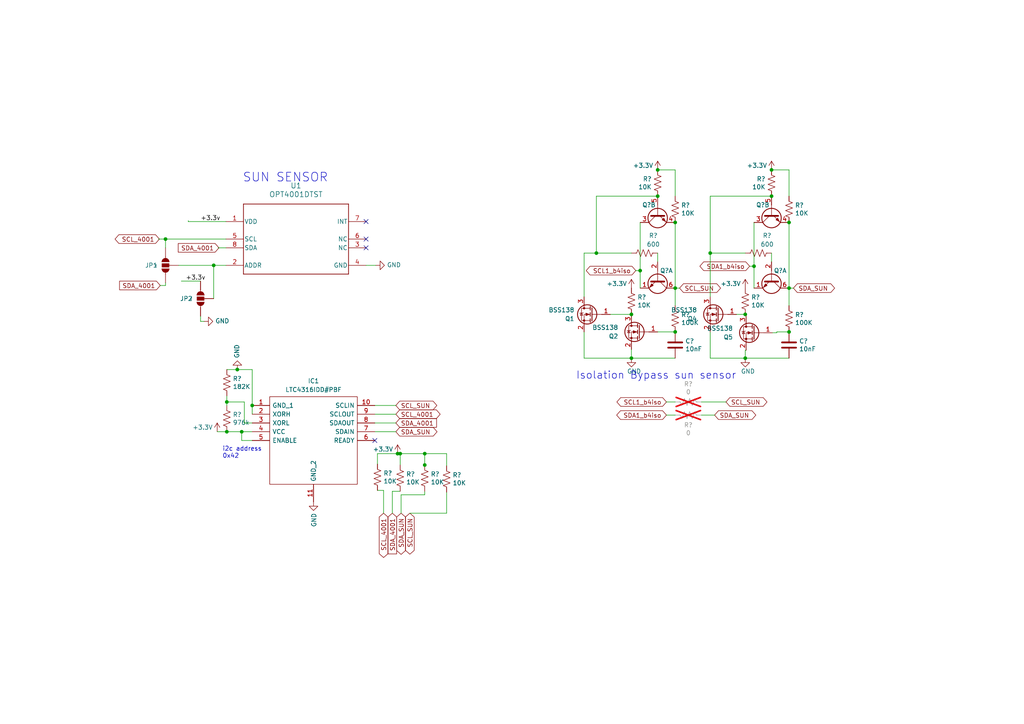
<source format=kicad_sch>
(kicad_sch (version 20230121) (generator eeschema)
  (paper "A4")
  (lib_symbols
    (symbol "AA_AUTO_LOADER:LTC4316IDD#PBF" (pin_names (offset 0.762))
      (property "Reference" "IC" (at 31.75 7.62 0))
      (property "Value" "LTC4316IDD#PBF" (at 31.75 5.08 0))
      (symbol "LTC4316IDD#PBF_0_0"
        (pin passive line (at 0 0 0) (length 5.08) (name "GND_1") (number "1"))
        (pin passive line (at 35.56 0 180) (length 5.08) (name "SCLIN") (number "10"))
        (pin passive line (at 17.78 -27.94 90) (length 5.08) (name "GND_2") (number "11"))
        (pin passive line (at 0 -2.54 0) (length 5.08) (name "XORH") (number "2"))
        (pin passive line (at 0 -5.08 0) (length 5.08) (name "XORL") (number "3"))
        (pin passive line (at 0 -7.62 0) (length 5.08) (name "VCC") (number "4"))
        (pin passive line (at 0 -10.16 0) (length 5.08) (name "ENABLE") (number "5"))
        (pin passive line (at 35.56 -10.16 180) (length 5.08) (name "READY") (number "6"))
        (pin passive line (at 35.56 -7.62 180) (length 5.08) (name "SDAIN") (number "7"))
        (pin passive line (at 35.56 -5.08 180) (length 5.08) (name "SDAOUT") (number "8"))
        (pin passive line (at 35.56 -2.54 180) (length 5.08) (name "SCLOUT") (number "9"))
      )
      (symbol "LTC4316IDD#PBF_0_1"
        (polyline (pts (xy 5.08 2.54) (xy 30.48 2.54) (xy 30.48 -22.86) (xy 5.08 -22.86) (xy 5.08 2.54)) (stroke (width 0.1524)))
      )
    )
    (symbol "Device:C" (pin_numbers hide) (pin_names (offset 0.254))
      (property "Reference" "C" (at 0.635 2.54 0))
      (property "Value" "C" (at 0.635 -2.54 0))
      (symbol "C_0_1"
        (polyline (pts (xy -2.032 -0.762) (xy 2.032 -0.762)) (stroke (width 0.508)))
        (polyline (pts (xy -2.032 0.762) (xy 2.032 0.762)) (stroke (width 0.508)))
      )
      (symbol "C_1_1"
        (pin passive line (at 0 3.81 270) (length 2.794) (name "~") (number "1"))
        (pin passive line (at 0 -3.81 90) (length 2.794) (name "~") (number "2"))
      )
    )
    (symbol "Device:R_US" (pin_numbers hide) (pin_names (offset 0))
      (property "Reference" "R" (at 2.54 0 90))
      (property "Value" "R_US" (at -2.54 0 90))
      (symbol "R_US_0_1"
        (polyline (pts (xy 0 -2.286) (xy 0 -2.54)))
        (polyline (pts (xy 0 2.286) (xy 0 2.54)))
        (polyline (pts (xy 0 -0.762) (xy 1.016 -1.143) (xy 0 -1.524) (xy -1.016 -1.905) (xy 0 -2.286)))
        (polyline (pts (xy 0 0.762) (xy 1.016 0.381) (xy 0 0) (xy -1.016 -0.381) (xy 0 -0.762)))
        (polyline (pts (xy 0 2.286) (xy 1.016 1.905) (xy 0 1.524) (xy -1.016 1.143) (xy 0 0.762)))
      )
      (symbol "R_US_1_1"
        (pin passive line (at 0 3.81 270) (length 1.27) (name "~") (number "1"))
        (pin passive line (at 0 -3.81 90) (length 1.27) (name "~") (number "2"))
      )
    )
    (symbol "OPT4001DTST:OPT4001DTST" (pin_names (offset 0.254))
      (property "Reference" "U" (at 0 2.54 0))
      (property "Value" "OPT4001DTST" (at 0 0 0))
      (symbol "OPT4001DTST_0_1"
        (polyline (pts (xy 5.08 -15.24) (xy 35.56 -15.24)) (stroke (width 0.2032)))
        (polyline (pts (xy 5.08 5.08) (xy 5.08 -15.24)) (stroke (width 0.2032)))
        (polyline (pts (xy 35.56 -15.24) (xy 35.56 5.08)) (stroke (width 0.2032)))
        (polyline (pts (xy 35.56 5.08) (xy 5.08 5.08)) (stroke (width 0.2032)))
        (pin power_in line (at 0 0 0) (length 5.08) (name "VDD") (number "1"))
        (pin input line (at 0 -12.7 0) (length 5.08) (name "ADDR") (number "2"))
        (pin unspecified line (at 40.64 -7.62 180) (length 5.08) (name "NC") (number "3"))
        (pin power_in line (at 40.64 -12.7 180) (length 5.08) (name "GND") (number "4"))
        (pin input line (at 0 -5.08 0) (length 5.08) (name "SCL") (number "5"))
        (pin unspecified line (at 40.64 -5.08 180) (length 5.08) (name "NC") (number "6"))
        (pin open_collector line (at 40.64 0 180) (length 5.08) (name "INT") (number "7"))
        (pin bidirectional line (at 0 -7.62 0) (length 5.08) (name "SDA") (number "8"))
      )
    )
    (symbol "SparkFun-Jumper:SolderJumper_3_Open_No_Silk" (pin_numbers hide) (pin_names (offset 0) hide)
      (property "Reference" "JP" (at -2.54 -2.54 0))
      (property "Value" "~" (at 0 2.794 0))
      (symbol "SolderJumper_3_Open_No_Silk_0_1"
        (arc (start -1.016 1.016) (mid -2.0276 0) (end -1.016 -1.016))
        (arc (start -1.016 1.016) (mid -2.0276 0) (end -1.016 -1.016) (fill (type outline)))
        (rectangle (start -0.508 1.016) (end 0.508 -1.016) (fill (type outline)))
        (polyline (pts (xy -2.54 0) (xy -2.032 0)))
        (polyline (pts (xy -1.016 1.016) (xy -1.016 -1.016)))
        (polyline (pts (xy 0 -1.27) (xy 0 -1.016)))
        (polyline (pts (xy 1.016 1.016) (xy 1.016 -1.016)))
        (polyline (pts (xy 2.54 0) (xy 2.032 0)))
        (arc (start 1.016 -1.016) (mid 2.0276 0) (end 1.016 1.016))
        (arc (start 1.016 -1.016) (mid 2.0276 0) (end 1.016 1.016) (fill (type outline)))
      )
      (symbol "SolderJumper_3_Open_No_Silk_1_1"
        (pin passive line (at -5.08 0 0) (length 2.54) (name "A") (number "1"))
        (pin passive line (at 0 -3.81 90) (length 2.54) (name "C") (number "2"))
        (pin passive line (at 5.08 0 180) (length 2.54) (name "B") (number "3"))
      )
    )
    (symbol "Transistor_BJT:MBT2222ADW1T1" (pin_names (offset 0) hide)
      (property "Reference" "Q" (at 5.08 1.27 0))
      (property "Value" "MBT2222ADW1T1" (at 5.08 -1.27 0))
      (symbol "MBT2222ADW1T1_0_1"
        (polyline (pts (xy 0.635 0) (xy -2.54 0)))
        (polyline (pts (xy 0.635 0.635) (xy 2.54 2.54)))
        (polyline (pts (xy 0.635 -0.635) (xy 2.54 -2.54) (xy 2.54 -2.54)))
        (polyline (pts (xy 0.635 1.905) (xy 0.635 -1.905) (xy 0.635 -1.905)) (stroke (width 0.508)))
        (polyline (pts (xy 1.27 -1.778) (xy 1.778 -1.27) (xy 2.286 -2.286) (xy 1.27 -1.778) (xy 1.27 -1.778)) (fill (type outline)))
        (circle (center 1.27 0) (radius 2.8194) (stroke (width 0.254)))
      )
      (symbol "MBT2222ADW1T1_1_1"
        (pin passive line (at 2.54 -5.08 90) (length 2.54) (name "E1") (number "1"))
        (pin input line (at -5.08 0 0) (length 2.54) (name "B1") (number "2"))
        (pin passive line (at 2.54 5.08 270) (length 2.54) (name "C1") (number "6"))
      )
      (symbol "MBT2222ADW1T1_2_1"
        (pin passive line (at 2.54 5.08 270) (length 2.54) (name "C2") (number "3"))
        (pin passive line (at 2.54 -5.08 90) (length 2.54) (name "E2") (number "4"))
        (pin input line (at -5.08 0 0) (length 2.54) (name "B2") (number "5"))
      )
    )
    (symbol "Transistor_FET:BSS138" (pin_names hide)
      (property "Reference" "Q" (at 5.08 1.905 0))
      (property "Value" "BSS138" (at 5.08 0 0))
      (symbol "BSS138_0_1"
        (polyline (pts (xy 0.254 0) (xy -2.54 0)))
        (polyline (pts (xy 0.254 1.905) (xy 0.254 -1.905)) (stroke (width 0.254)))
        (polyline (pts (xy 0.762 -1.27) (xy 0.762 -2.286)) (stroke (width 0.254)))
        (polyline (pts (xy 0.762 0.508) (xy 0.762 -0.508)) (stroke (width 0.254)))
        (polyline (pts (xy 0.762 2.286) (xy 0.762 1.27)) (stroke (width 0.254)))
        (polyline (pts (xy 2.54 2.54) (xy 2.54 1.778)))
        (polyline (pts (xy 2.54 -2.54) (xy 2.54 0) (xy 0.762 0)))
        (polyline (pts (xy 0.762 -1.778) (xy 3.302 -1.778) (xy 3.302 1.778) (xy 0.762 1.778)))
        (polyline (pts (xy 1.016 0) (xy 2.032 0.381) (xy 2.032 -0.381) (xy 1.016 0)) (fill (type outline)))
        (polyline (pts (xy 2.794 0.508) (xy 2.921 0.381) (xy 3.683 0.381) (xy 3.81 0.254)))
        (polyline (pts (xy 3.302 0.381) (xy 2.921 -0.254) (xy 3.683 -0.254) (xy 3.302 0.381)))
        (circle (center 1.651 0) (radius 2.794) (stroke (width 0.254)))
        (circle (center 2.54 -1.778) (radius 0.254) (fill (type outline)))
        (circle (center 2.54 1.778) (radius 0.254) (fill (type outline)))
      )
      (symbol "BSS138_1_1"
        (pin input line (at -5.08 0 0) (length 2.54) (name "G") (number "1"))
        (pin passive line (at 2.54 -5.08 90) (length 2.54) (name "S") (number "2"))
        (pin passive line (at 2.54 5.08 270) (length 2.54) (name "D") (number "3"))
      )
    )
    (symbol "power:+3.3V" (power) (pin_names (offset 0))
      (property "Value" "+3.3V" (at 0 3.556 0))
      (symbol "+3.3V_0_1"
        (polyline (pts (xy -0.762 1.27) (xy 0 2.54)))
        (polyline (pts (xy 0 0) (xy 0 2.54)))
        (polyline (pts (xy 0 2.54) (xy 0.762 1.27)))
      )
      (symbol "+3.3V_1_1"
        (pin power_in line (at 0 0 90) (length 0) hide (name "+3.3V") (number "1"))
      )
    )
    (symbol "power:GND" (power) (pin_names (offset 0))
      (property "Value" "GND" (at 0 -3.81 0))
      (symbol "GND_0_1"
        (polyline (pts (xy 0 0) (xy 0 -1.27) (xy 1.27 -1.27) (xy 0 -2.54) (xy -1.27 -1.27) (xy 0 -1.27)))
      )
      (symbol "GND_1_1"
        (pin power_in line (at 0 0 270) (length 0) hide (name "GND") (number "1"))
      )
    )
  )
  (junction (at 216.154 103.886))
  (junction (at 205.994 73.406))
  (junction (at 228.854 96.266))
  (junction (at 65.786 125.222))
  (junction (at 172.974 73.406))
  (junction (at 190.754 49.276))
  (junction (at 190.754 56.896))
  (junction (at 70.104 125.222))
  (junction (at 228.854 64.516))
  (junction (at 65.786 116.586))
  (junction (at 218.694 77.216))
  (junction (at 68.834 107.188))
  (junction (at 116.078 131.572))
  (junction (at 223.774 56.896))
  (junction (at 195.834 96.266))
  (junction (at 123.19 134.874))
  (junction (at 216.154 91.186))
  (junction (at 195.834 64.516))
  (junction (at 123.19 131.572))
  (junction (at 183.134 103.886))
  (junction (at 228.854 83.566))
  (junction (at 48.006 69.342))
  (junction (at 61.976 76.962))
  (junction (at 183.134 91.186))
  (junction (at 223.774 49.276))
  (junction (at 195.834 83.566))
  (junction (at 73.152 117.602))
  (junction (at 185.674 78.486))
  (junction (at 115.316 131.572))
  (no_connect (at 106.172 69.342))
  (no_connect (at 106.172 71.882))
  (no_connect (at 106.172 64.262))
  (no_connect (at 108.712 127.762))
  (wire (pts (xy 59.182 93.218) (xy 58.166 93.218)))
  (wire (pts (xy 195.834 120.396) (xy 193.294 120.396)))
  (wire (pts (xy 169.418 73.406) (xy 172.974 73.406)))
  (wire (pts (xy 123.444 134.874) (xy 123.19 134.874)))
  (wire (pts (xy 172.974 56.896) (xy 190.754 56.896)))
  (wire (pts (xy 172.974 56.896) (xy 172.974 73.406)))
  (wire (pts (xy 205.994 103.886) (xy 216.154 103.886)))
  (wire (pts (xy 228.854 88.646) (xy 228.854 83.566)))
  (wire (pts (xy 116.078 131.572) (xy 116.078 134.874)))
  (wire (pts (xy 195.834 88.646) (xy 195.834 83.566)))
  (wire (pts (xy 185.674 64.516) (xy 185.674 78.486)))
  (wire (pts (xy 65.786 116.586) (xy 65.786 117.602)))
  (wire (pts (xy 183.134 103.886) (xy 195.834 103.886)))
  (wire (pts (xy 210.566 116.586) (xy 203.454 116.586)))
  (wire (pts (xy 73.152 117.602) (xy 73.152 120.142)))
  (wire (pts (xy 108.712 122.682) (xy 114.808 122.682)))
  (wire (pts (xy 216.408 101.6) (xy 216.154 101.6)))
  (wire (pts (xy 61.976 76.962) (xy 65.532 76.962)))
  (wire (pts (xy 65.786 114.808) (xy 65.786 116.586)))
  (wire (pts (xy 113.792 148.844) (xy 113.792 142.494)))
  (wire (pts (xy 230.124 83.566) (xy 228.854 83.566)))
  (wire (pts (xy 118.872 148.844) (xy 129.54 148.844)))
  (wire (pts (xy 52.578 81.534) (xy 58.166 81.534)))
  (wire (pts (xy 65.786 107.188) (xy 68.834 107.188)))
  (wire (pts (xy 54.61 64.008) (xy 54.61 64.262)))
  (wire (pts (xy 195.834 64.516) (xy 195.834 83.566)))
  (wire (pts (xy 218.694 64.516) (xy 218.694 77.216)))
  (wire (pts (xy 109.474 134.62) (xy 109.474 131.572)))
  (wire (pts (xy 169.418 103.886) (xy 183.134 103.886)))
  (wire (pts (xy 183.134 103.886) (xy 183.134 101.346)))
  (wire (pts (xy 48.006 82.804) (xy 46.482 82.804)))
  (wire (pts (xy 70.104 125.222) (xy 73.152 125.222)))
  (wire (pts (xy 48.006 71.882) (xy 48.006 69.342)))
  (wire (pts (xy 224.028 96.52) (xy 225.298 96.52)))
  (wire (pts (xy 51.816 76.962) (xy 61.976 76.962)))
  (wire (pts (xy 108.712 120.142) (xy 114.808 120.142)))
  (wire (pts (xy 184.404 78.486) (xy 185.674 78.486)))
  (wire (pts (xy 217.424 77.216) (xy 218.694 77.216)))
  (wire (pts (xy 197.104 83.566) (xy 195.834 83.566)))
  (wire (pts (xy 73.152 122.682) (xy 70.866 122.682)))
  (wire (pts (xy 129.54 131.572) (xy 129.54 135.128)))
  (wire (pts (xy 195.834 116.586) (xy 193.294 116.586)))
  (wire (pts (xy 205.994 96.266) (xy 205.994 103.886)))
  (wire (pts (xy 108.712 117.602) (xy 114.808 117.602)))
  (wire (pts (xy 63.246 71.882) (xy 65.532 71.882)))
  (wire (pts (xy 228.854 64.516) (xy 228.854 83.566)))
  (wire (pts (xy 70.104 127.762) (xy 70.104 125.222)))
  (wire (pts (xy 73.152 127.762) (xy 70.104 127.762)))
  (wire (pts (xy 111.252 142.24) (xy 111.252 148.844)))
  (wire (pts (xy 65.532 64.262) (xy 54.61 64.262)))
  (wire (pts (xy 62.992 125.222) (xy 65.786 125.222)))
  (wire (pts (xy 70.866 116.586) (xy 65.786 116.586)))
  (wire (pts (xy 228.854 56.896) (xy 228.854 49.276)))
  (wire (pts (xy 70.866 122.682) (xy 70.866 116.586)))
  (wire (pts (xy 123.19 142.494) (xy 123.19 143.51)))
  (wire (pts (xy 123.19 131.572) (xy 129.54 131.572)))
  (wire (pts (xy 205.994 86.106) (xy 205.994 73.406)))
  (wire (pts (xy 195.834 56.896) (xy 195.834 49.276)))
  (wire (pts (xy 216.154 73.406) (xy 205.994 73.406)))
  (wire (pts (xy 109.474 142.24) (xy 111.252 142.24)))
  (wire (pts (xy 108.712 125.222) (xy 114.808 125.222)))
  (wire (pts (xy 73.152 107.188) (xy 73.152 117.602)))
  (wire (pts (xy 218.694 77.216) (xy 218.694 83.566)))
  (wire (pts (xy 185.674 78.486) (xy 185.674 83.566)))
  (wire (pts (xy 216.154 91.186) (xy 213.614 91.186)))
  (wire (pts (xy 45.974 69.342) (xy 48.006 69.342)))
  (wire (pts (xy 190.754 75.946) (xy 190.754 73.406)))
  (wire (pts (xy 195.834 49.276) (xy 190.754 49.276)))
  (wire (pts (xy 123.19 143.51) (xy 116.332 143.51)))
  (wire (pts (xy 228.854 49.276) (xy 223.774 49.276)))
  (wire (pts (xy 58.166 93.218) (xy 58.166 91.694)))
  (wire (pts (xy 177.038 91.186) (xy 183.134 91.186)))
  (wire (pts (xy 106.172 76.962) (xy 108.966 76.962)))
  (wire (pts (xy 129.54 148.844) (xy 129.54 142.748)))
  (wire (pts (xy 183.134 73.406) (xy 172.974 73.406)))
  (wire (pts (xy 48.006 82.042) (xy 48.006 82.804)))
  (wire (pts (xy 225.298 96.52) (xy 225.298 96.266)))
  (wire (pts (xy 115.316 131.572) (xy 116.078 131.572)))
  (wire (pts (xy 228.854 103.886) (xy 216.154 103.886)))
  (wire (pts (xy 223.774 75.946) (xy 223.774 73.406)))
  (wire (pts (xy 225.298 96.266) (xy 228.854 96.266)))
  (wire (pts (xy 109.474 131.572) (xy 115.316 131.572)))
  (wire (pts (xy 68.834 107.188) (xy 73.152 107.188)))
  (wire (pts (xy 207.264 120.396) (xy 203.454 120.396)))
  (wire (pts (xy 216.154 101.6) (xy 216.154 103.886)))
  (wire (pts (xy 116.332 143.51) (xy 116.332 148.844)))
  (wire (pts (xy 65.786 125.222) (xy 70.104 125.222)))
  (wire (pts (xy 169.418 86.106) (xy 169.418 73.406)))
  (wire (pts (xy 205.994 73.406) (xy 205.994 56.896)))
  (wire (pts (xy 48.006 69.342) (xy 65.532 69.342)))
  (wire (pts (xy 113.792 142.494) (xy 116.078 142.494)))
  (wire (pts (xy 205.994 56.896) (xy 223.774 56.896)))
  (wire (pts (xy 61.976 76.962) (xy 61.976 86.614)))
  (wire (pts (xy 169.418 96.266) (xy 169.418 103.886)))
  (wire (pts (xy 216.408 91.186) (xy 216.154 91.186)))
  (wire (pts (xy 123.19 134.874) (xy 123.19 131.572)))
  (wire (pts (xy 216.408 91.44) (xy 216.408 91.186)))
  (wire (pts (xy 190.754 96.266) (xy 195.834 96.266)))
  (wire (pts (xy 116.078 131.572) (xy 123.19 131.572)))
  (text "Isolation Bypass sun sensor" (at 213.614 110.236 0) (effects (font (size 2.159 2.159)) (justify right bottom)))
  (text "SUN SENSOR\n\n" (at 70.358 57.15 0) (effects (font (size 2.54 2.54)) (justify left bottom)))
  (text "i2c address \n0x42\n" (at 64.516 133.096 0) (effects (font (size 1.27 1.27)) (justify left bottom)))
  (label "+3.3v" (at 58.166 64.262 0))
  (label "+3.3v" (at 53.848 81.534 0))
  (global_label "SDA1_b4iso" (shape bidirectional) (at 193.294 120.396 180) (property "Intersheetrefs" "${INTERSHEET_REFS}" (effects hide)))
  (global_label "SDA_SUN" (shape bidirectional) (at 116.332 148.844 270) (property "Intersheetrefs" "${INTERSHEET_REFS}" (effects hide)))
  (global_label "SDA1_b4iso" (shape bidirectional) (at 217.424 77.216 180) (property "Intersheetrefs" "${INTERSHEET_REFS}" (effects hide)))
  (global_label "SDA_SUN" (shape bidirectional) (at 114.808 125.222 0) (property "Intersheetrefs" "${INTERSHEET_REFS}" (effects hide)))
  (global_label "SDA_4001" (shape input) (at 113.792 148.844 270) (property "Intersheetrefs" "${INTERSHEET_REFS}" (effects hide)))
  (global_label "SCL_SUN" (shape bidirectional) (at 210.566 116.586 0) (property "Intersheetrefs" "${INTERSHEET_REFS}" (effects hide)))
  (global_label "SCL_4001" (shape bidirectional) (at 111.252 148.844 270) (property "Intersheetrefs" "${INTERSHEET_REFS}" (effects hide)))
  (global_label "SCL1_b4iso" (shape bidirectional) (at 193.294 116.586 180) (property "Intersheetrefs" "${INTERSHEET_REFS}" (effects hide)))
  (global_label "SCL1_b4iso" (shape bidirectional) (at 184.404 78.486 180) (property "Intersheetrefs" "${INTERSHEET_REFS}" (effects hide)))
  (global_label "SCL_4001" (shape bidirectional) (at 114.808 120.142 0) (property "Intersheetrefs" "${INTERSHEET_REFS}" (effects hide)))
  (global_label "SDA_4001" (shape input) (at 46.482 82.804 180) (property "Intersheetrefs" "${INTERSHEET_REFS}" (effects hide)))
  (global_label "SCL_SUN" (shape bidirectional) (at 118.872 148.844 270) (property "Intersheetrefs" "${INTERSHEET_REFS}" (effects hide)))
  (global_label "SDA_4001" (shape input) (at 114.808 122.682 0) (property "Intersheetrefs" "${INTERSHEET_REFS}" (effects hide)))
  (global_label "SDA_SUN" (shape bidirectional) (at 207.264 120.396 0) (property "Intersheetrefs" "${INTERSHEET_REFS}" (effects hide)))
  (global_label "SCL_4001" (shape bidirectional) (at 46.228 69.342 180) (property "Intersheetrefs" "${INTERSHEET_REFS}" (effects hide)))
  (global_label "SDA_SUN" (shape bidirectional) (at 230.124 83.566 0) (property "Intersheetrefs" "${INTERSHEET_REFS}" (effects hide)))
  (global_label "SDA_4001" (shape input) (at 63.5 71.882 180) (property "Intersheetrefs" "${INTERSHEET_REFS}" (effects hide)))
  (global_label "SCL_SUN" (shape bidirectional) (at 197.104 83.566 0) (property "Intersheetrefs" "${INTERSHEET_REFS}" (effects hide)))
  (global_label "SCL_SUN" (shape bidirectional) (at 114.808 117.602 0) (property "Intersheetrefs" "${INTERSHEET_REFS}" (effects hide)))
  (symbol (lib_id "power:GND") (at 90.932 145.542 0) (unit 1)
    (property "Reference" "#PWR?" (effects hide))
    (property "Value" "GND" (at 91.059 148.7932 90) (effects (justify right)))
    (instances (project "xpanel" (path "" (reference "#PWR?") (unit 1))) (project "Z_PLUS_REV1" (path "" (reference "#PWR09") (unit 1))) (project "Xpanel_V1_final" (path "" (reference "#PWR019") (unit 1)) (path "" (reference "#PWR022") (unit 1)) (path "" (reference "#PWR022") (unit 1))))
  )
  (symbol (lib_id "Device:R_US") (at 216.154 87.376 180) (unit 1)
    (property "Reference" "R?" (at 217.8812 86.2076 0) (effects (justify right)))
    (property "Value" "10K" (at 217.8812 88.519 0) (effects (justify right)))
    (property "Footprint" "Resistor_SMD:R_0603_1608Metric" (effects hide))
    (instances (project "xpanel" (path "" (reference "R?") (unit 1))) (project "Z_PLUS_REV1" (path "" (reference "R14") (unit 1))) (project "Xpanel_V1_final" (path "" (reference "R26") (unit 1)) (path "" (reference "R29") (unit 1)) (path "" (reference "R29") (unit 1))))
  )
  (symbol (lib_id "Device:R_US") (at 129.54 138.938 180) (unit 1)
    (property "Reference" "R?" (at 131.2672 137.7696 0) (effects (justify right)))
    (property "Value" "10K" (at 131.2672 140.081 0) (effects (justify right)))
    (property "Footprint" "Resistor_SMD:R_0402_1005Metric" (effects hide))
    (instances (project "xpanel" (path "" (reference "R?") (unit 1))) (project "Z_PLUS_REV1" (path "" (reference "R6") (unit 1))) (project "Xpanel_V1_final" (path "" (reference "R22") (unit 1)) (path "" (reference "R19") (unit 1)) (path "" (reference "R19") (unit 1))))
  )
  (symbol (lib_id "Transistor_BJT:MBT2222ADW1T1") (at 223.774 61.976 90) (mirror x) (unit 2)
    (property "Reference" "Q?" (at 221.234 59.436 90))
    (property "Value" "MBT2222ADW1T1" (effects hide))
    (property "Footprint" "Package_TO_SOT_SMD:SOT-363_SC-70-6" (effects hide))
    (property "Datasheet" "http://www.onsemi.com/pub_link/Collateral/MBT2222ADW1T1-D.PDF" (effects hide))
    (instances (project "xpanel" (path "" (reference "Q?") (unit 2)) (path "" (reference "Q?") (unit 2)) (path "" (reference "Q?") (unit 2))) (project "Z_PLUS_REV1" (path "" (reference "Q6") (unit 2))) (project "Xpanel_V1_final" (path "" (reference "Q15") (unit 2)) (path "" (reference "Q10") (unit 2)) (path "" (reference "Q10") (unit 2))))
  )
  (symbol (lib_id "Transistor_FET:BSS138") (at 185.674 96.266 0) (mirror y) (unit 1)
    (property "Reference" "Q2" (at 179.324 97.536 0) (effects (justify left)))
    (property "Value" "BSS138" (at 179.324 94.996 0) (effects (justify left)))
    (property "Footprint" "Package_TO_SOT_SMD:SOT-23" (effects hide))
    (property "Datasheet" "https://www.onsemi.com/pub/Collateral/BSS138-D.PDF" (effects hide))
    (instances (project "Z_PLUS_REV1" (path "" (reference "Q2") (unit 1))) (project "Xpanel_V1_final" (path "" (reference "Q11") (unit 1)) (path "" (reference "Q3") (unit 1)) (path "" (reference "Q3") (unit 1))))
  )
  (symbol (lib_id "Transistor_BJT:MBT2222ADW1T1") (at 190.754 61.976 90) (mirror x) (unit 2)
    (property "Reference" "Q?" (at 188.214 59.436 90))
    (property "Value" "MBT2222ADW1T1" (effects hide))
    (property "Footprint" "Package_TO_SOT_SMD:SOT-363_SC-70-6" (effects hide))
    (property "Datasheet" "http://www.onsemi.com/pub_link/Collateral/MBT2222ADW1T1-D.PDF" (effects hide))
    (instances (project "xpanel" (path "" (reference "Q?") (unit 2)) (path "" (reference "Q?") (unit 2)) (path "" (reference "Q?") (unit 2))) (project "Z_PLUS_REV1" (path "" (reference "Q3") (unit 2))) (project "Xpanel_V1_final" (path "" (reference "Q12") (unit 2)) (path "" (reference "Q4") (unit 2)) (path "" (reference "Q4") (unit 2))))
  )
  (symbol (lib_id "Device:R_US") (at 223.774 53.086 0) (unit 1)
    (property "Reference" "R?" (at 222.0468 51.9176 0) (effects (justify right)))
    (property "Value" "10K" (at 222.0468 54.229 0) (effects (justify right)))
    (property "Footprint" "Resistor_SMD:R_0603_1608Metric" (effects hide))
    (instances (project "xpanel" (path "" (reference "R?") (unit 1))) (project "Z_PLUS_REV1" (path "" (reference "R16") (unit 1))) (project "Xpanel_V1_final" (path "" (reference "R28") (unit 1)) (path "" (reference "R31") (unit 1)) (path "" (reference "R31") (unit 1))))
  )
  (symbol (lib_id "SparkFun-Jumper:SolderJumper_3_Open_No_Silk") (at 58.166 86.614 90) (unit 1)
    (property "Reference" "JP2" (at 55.88 86.614 90) (effects (justify left)))
    (property "Value" "~" (at 55.372 86.614 0))
    (property "Footprint" "SparkFun-Jumper:SMT-JUMPER_3_NO_NO-SILK" (effects hide))
  )
  (symbol (lib_id "Device:R_US") (at 116.078 138.684 180) (unit 1)
    (property "Reference" "R?" (at 117.8052 137.5156 0) (effects (justify right)))
    (property "Value" "10K" (at 117.8052 139.827 0) (effects (justify right)))
    (property "Footprint" "Resistor_SMD:R_0402_1005Metric" (effects hide))
    (instances (project "xpanel" (path "" (reference "R?") (unit 1))) (project "Z_PLUS_REV1" (path "" (reference "R4") (unit 1))) (project "Xpanel_V1_final" (path "" (reference "R22") (unit 1)) (path "" (reference "R19") (unit 1)) (path "" (reference "R19") (unit 1))))
  )
  (symbol (lib_id "Device:C") (at 195.834 100.076 0) (unit 1)
    (property "Reference" "C?" (at 198.755 98.933 0) (effects (justify left)))
    (property "Value" "10nF" (at 198.755 101.219 0) (effects (justify left)))
    (property "Footprint" "Capacitor_SMD:C_0603_1608Metric" (effects hide))
    (instances (project "xpanel" (path "" (reference "C?") (unit 1))) (project "Z_PLUS_REV1" (path "" (reference "C1") (unit 1))) (project "Xpanel_V1_final" (path "" (reference "C5") (unit 1)) (path "" (reference "C10") (unit 1)) (path "" (reference "C10") (unit 1))))
  )
  (symbol (lib_id "Device:R_US") (at 228.854 60.706 180) (unit 1)
    (property "Reference" "R?" (at 230.5812 59.5376 0) (effects (justify right)))
    (property "Value" "10K" (at 230.5812 61.849 0) (effects (justify right)))
    (property "Footprint" "Resistor_SMD:R_0402_1005Metric" (effects hide))
    (instances (project "xpanel" (path "" (reference "R?") (unit 1))) (project "Z_PLUS_REV1" (path "" (reference "R17") (unit 1))) (project "Xpanel_V1_final" (path "" (reference "R29") (unit 1)) (path "" (reference "R33") (unit 1)) (path "" (reference "R33") (unit 1))))
  )
  (symbol (lib_id "power:+3.3V") (at 115.316 131.572 0) (mirror y) (unit 1)
    (property "Reference" "#PWR?" (effects hide))
    (property "Value" "+3.3V" (at 114.046 130.302 0) (effects (justify left)))
    (instances (project "xpanel" (path "" (reference "#PWR?") (unit 1))) (project "Z_PLUS_REV1" (path "" (reference "#PWR011") (unit 1))) (project "Xpanel_V1_final" (path "" (reference "#PWR011") (unit 1)) (path "" (reference "#PWR031") (unit 1)) (path "" (reference "#PWR031") (unit 1))))
  )
  (symbol (lib_id "Device:R_US") (at 199.644 120.396 90) (mirror x) (unit 1) (in_bom no) (dnp yes)
    (property "Reference" "R?" (at 199.644 123.2662 90))
    (property "Value" "0" (at 199.644 125.5776 90))
    (property "Footprint" "Resistor_SMD:R_0603_1608Metric" (effects hide))
    (instances (project "xpanel" (path "" (reference "R?") (unit 1))) (project "Z_PLUS_REV1" (path "" (reference "R13") (unit 1))) (project "Xpanel_V1_final" (path "" (reference "R25") (unit 1)) (path "" (reference "R23") (unit 1)) (path "" (reference "R23") (unit 1))))
  )
  (symbol (lib_id "Transistor_FET:BSS138") (at 218.948 96.52 0) (mirror y) (unit 1)
    (property "Reference" "Q5" (at 212.598 97.79 0) (effects (justify left)))
    (property "Value" "BSS138" (at 212.598 95.25 0) (effects (justify left)))
    (property "Footprint" "Package_TO_SOT_SMD:SOT-23" (effects hide))
    (property "Datasheet" "https://www.onsemi.com/pub/Collateral/BSS138-D.PDF" (effects hide))
    (instances (project "Z_PLUS_REV1" (path "" (reference "Q5") (unit 1))) (project "Xpanel_V1_final" (path "" (reference "Q14") (unit 1)) (path "" (reference "Q9") (unit 1)) (path "" (reference "Q9") (unit 1))))
  )
  (symbol (lib_id "Device:R_US") (at 65.786 110.998 180) (unit 1)
    (property "Reference" "R?" (at 67.5132 109.8296 0) (effects (justify right)))
    (property "Value" "182K" (at 67.5132 112.141 0) (effects (justify right)))
    (property "Footprint" "Resistor_SMD:R_0402_1005Metric" (effects hide))
    (instances (project "xpanel" (path "" (reference "R?") (unit 1))) (project "Z_PLUS_REV1" (path "" (reference "R1") (unit 1))) (project "Xpanel_V1_final" (path "" (reference "R22") (unit 1)) (path "" (reference "R19") (unit 1)) (path "" (reference "R19") (unit 1))))
  )
  (symbol (lib_id "Device:R_US") (at 186.944 73.406 90) (unit 1)
    (property "Reference" "R?" (at 189.484 68.326 90))
    (property "Value" "600" (at 189.484 70.866 90))
    (property "Footprint" "Resistor_SMD:R_0603_1608Metric" (effects hide))
    (instances (project "xpanel" (path "" (reference "R?") (unit 1))) (project "Z_PLUS_REV1" (path "" (reference "R8") (unit 1))) (project "Xpanel_V1_final" (path "" (reference "R20") (unit 1)) (path "" (reference "R16") (unit 1)) (path "" (reference "R16") (unit 1))))
  )
  (symbol (lib_id "Transistor_FET:BSS138") (at 208.534 91.186 0) (mirror y) (unit 1)
    (property "Reference" "Q4" (at 202.184 92.456 0) (effects (justify left)))
    (property "Value" "BSS138" (at 202.184 89.916 0) (effects (justify left)))
    (property "Footprint" "Package_TO_SOT_SMD:SOT-23" (effects hide))
    (property "Datasheet" "https://www.onsemi.com/pub/Collateral/BSS138-D.PDF" (effects hide))
    (instances (project "Z_PLUS_REV1" (path "" (reference "Q4") (unit 1))) (project "Xpanel_V1_final" (path "" (reference "Q13") (unit 1)) (path "" (reference "Q7") (unit 1)) (path "" (reference "Q7") (unit 1))))
  )
  (symbol (lib_id "Device:R_US") (at 65.786 121.412 180) (unit 1)
    (property "Reference" "R?" (at 67.5132 120.2436 0) (effects (justify right)))
    (property "Value" "976k" (at 67.5132 122.555 0) (effects (justify right)))
    (property "Footprint" "Resistor_SMD:R_0402_1005Metric" (effects hide))
    (instances (project "xpanel" (path "" (reference "R?") (unit 1))) (project "Z_PLUS_REV1" (path "" (reference "R2") (unit 1))) (project "Xpanel_V1_final" (path "" (reference "R22") (unit 1)) (path "" (reference "R19") (unit 1)) (path "" (reference "R19") (unit 1))))
  )
  (symbol (lib_id "power:+3.3V") (at 216.154 83.566 0) (mirror y) (unit 1)
    (property "Reference" "#PWR?" (effects hide))
    (property "Value" "+3.3V" (at 214.884 82.296 0) (effects (justify left)))
    (instances (project "xpanel" (path "" (reference "#PWR?") (unit 1))) (project "Z_PLUS_REV1" (path "" (reference "#PWR015") (unit 1))) (project "Xpanel_V1_final" (path "" (reference "#PWR023") (unit 1)) (path "" (reference "#PWR035") (unit 1)) (path "" (reference "#PWR035") (unit 1))))
  )
  (symbol (lib_id "Device:R_US") (at 183.134 87.376 180) (unit 1)
    (property "Reference" "R?" (at 184.8612 86.2076 0) (effects (justify right)))
    (property "Value" "10K" (at 184.8612 88.519 0) (effects (justify right)))
    (property "Footprint" "Resistor_SMD:R_0603_1608Metric" (effects hide))
    (instances (project "xpanel" (path "" (reference "R?") (unit 1))) (project "Z_PLUS_REV1" (path "" (reference "R7") (unit 1))) (project "Xpanel_V1_final" (path "" (reference "R19") (unit 1)) (path "" (reference "R15") (unit 1)) (path "" (reference "R15") (unit 1))))
  )
  (symbol (lib_id "Device:R_US") (at 199.644 116.586 90) (mirror x) (unit 1) (in_bom no) (dnp yes)
    (property "Reference" "R?" (at 199.644 111.379 90))
    (property "Value" "0" (at 199.644 113.6904 90))
    (property "Footprint" "Resistor_SMD:R_0603_1608Metric" (effects hide))
    (instances (project "xpanel" (path "" (reference "R?") (unit 1))) (project "Z_PLUS_REV1" (path "" (reference "R12") (unit 1))) (project "Xpanel_V1_final" (path "" (reference "R24") (unit 1)) (path "" (reference "R22") (unit 1)) (path "" (reference "R22") (unit 1))))
  )
  (symbol (lib_id "SparkFun-Jumper:SolderJumper_3_Open_No_Silk") (at 48.006 76.962 90) (unit 1)
    (property "Reference" "JP1" (at 45.72 76.962 90) (effects (justify left)))
    (property "Value" "~" (at 45.212 76.962 0))
    (property "Footprint" "SparkFun-Jumper:SMT-JUMPER_3_NO_NO-SILK" (effects hide))
  )
  (symbol (lib_id "power:GND") (at 108.966 76.962 90) (unit 1)
    (property "Reference" "#PWR?" (effects hide))
    (property "Value" "GND" (at 112.2172 76.835 90) (effects (justify right)))
    (instances (project "xpanel" (path "" (reference "#PWR?") (unit 1))) (project "Z_PLUS_REV1" (path "" (reference "#PWR010") (unit 1))) (project "Xpanel_V1_final" (path "" (reference "#PWR018") (unit 1)) (path "" (reference "#PWR028") (unit 1)) (path "" (reference "#PWR028") (unit 1))))
  )
  (symbol (lib_id "AA_AUTO_LOADER:LTC4316IDD#PBF") (at 73.152 117.602 0) (unit 1)
    (property "Reference" "IC1" (at 90.932 110.49 0))
    (property "Value" "LTC4316IDD#PBF" (at 90.932 113.03 0))
    (property "Footprint" "SON50P300X300X85-11N-D" (effects hide))
    (property "Datasheet" "https://www.arrow.com/en/products/ltc4316iddpbf/analog-devices" (effects hide))
    (property "Description" "Interface - Specialized Single I2C Address Translator" (effects hide))
    (property "Height" "0.85" (effects hide))
    (property "Manufacturer_Name" "Analog Devices" (effects hide))
    (property "Manufacturer_Part_Number" "LTC4316IDD#PBF" (effects hide))
    (property "Mouser Part Number" "584-LTC4316IDD#PBF" (effects hide))
    (property "Mouser Price/Stock" "https://www.mouser.co.uk/ProductDetail/Analog-Devices/LTC4316IDDPBF?qs=oahfZPh6IAIeLbk0nqPXrg%3D%3D" (effects hide))
    (property "Arrow Part Number" "LTC4316IDD#PBF" (effects hide))
    (property "Arrow Price/Stock" "https://www.arrow.com/en/products/ltc4316iddpbf/analog-devices?region=europe" (effects hide))
  )
  (symbol (lib_id "power:GND") (at 216.154 103.886 0) (mirror y) (unit 1)
    (property "Reference" "#PWR?" (effects hide))
    (property "Value" "GND" (at 214.884 107.696 0) (effects (justify right)))
    (instances (project "xpanel" (path "" (reference "#PWR?") (unit 1))) (project "Z_PLUS_REV1" (path "" (reference "#PWR016") (unit 1))) (project "Xpanel_V1_final" (path "" (reference "#PWR024") (unit 1)) (path "" (reference "#PWR036") (unit 1)) (path "" (reference "#PWR036") (unit 1))))
  )
  (symbol (lib_id "power:+3.3V") (at 190.754 49.276 0) (mirror y) (unit 1)
    (property "Reference" "#PWR?" (effects hide))
    (property "Value" "+3.3V" (at 189.484 48.006 0) (effects (justify left)))
    (instances (project "xpanel" (path "" (reference "#PWR?") (unit 1))) (project "Z_PLUS_REV1" (path "" (reference "#PWR014") (unit 1))) (project "Xpanel_V1_final" (path "" (reference "#PWR011") (unit 1)) (path "" (reference "#PWR031") (unit 1)) (path "" (reference "#PWR031") (unit 1))))
  )
  (symbol (lib_id "Transistor_BJT:MBT2222ADW1T1") (at 190.754 81.026 270) (unit 1)
    (property "Reference" "Q?" (at 193.294 78.486 90))
    (property "Value" "MBT2222ADW1T1" (effects hide))
    (property "Footprint" "Package_TO_SOT_SMD:SOT-363_SC-70-6" (effects hide))
    (property "Datasheet" "http://www.onsemi.com/pub_link/Collateral/MBT2222ADW1T1-D.PDF" (effects hide))
    (instances (project "xpanel" (path "" (reference "Q?") (unit 1)) (path "" (reference "Q?") (unit 1)) (path "" (reference "Q?") (unit 1))) (project "Z_PLUS_REV1" (path "" (reference "Q3") (unit 1))) (project "Xpanel_V1_final" (path "" (reference "Q12") (unit 1)) (path "" (reference "Q4") (unit 1)) (path "" (reference "Q4") (unit 1))))
  )
  (symbol (lib_id "OPT4001DTST:OPT4001DTST") (at 65.532 64.262 0) (unit 1)
    (property "Reference" "U1" (at 85.852 53.848 0) (effects (font (size 1.524 1.524))))
    (property "Value" "OPT4001DTST" (at 85.852 56.388 0) (effects (font (size 1.524 1.524))))
    (property "Footprint" "DTS0008A-MFG" (effects hide))
    (property "Datasheet" "OPT4001DTST" (effects hide))
    (instances (project "Z_PLUS_REV1" (path "" (reference "U1") (unit 1))) (project "Xpanel_V1_final" (path "" (reference "U2") (unit 1)) (path "" (reference "U3") (unit 1)) (path "" (reference "U3") (unit 1))))
  )
  (symbol (lib_id "Device:R_US") (at 109.474 138.43 180) (unit 1)
    (property "Reference" "R?" (at 111.2012 137.2616 0) (effects (justify right)))
    (property "Value" "10K" (at 111.2012 139.573 0) (effects (justify right)))
    (property "Footprint" "Resistor_SMD:R_0402_1005Metric" (effects hide))
    (instances (project "xpanel" (path "" (reference "R?") (unit 1))) (project "Z_PLUS_REV1" (path "" (reference "R3") (unit 1))) (project "Xpanel_V1_final" (path "" (reference "R22") (unit 1)) (path "" (reference "R19") (unit 1)) (path "" (reference "R19") (unit 1))))
  )
  (symbol (lib_id "Device:R_US") (at 219.964 73.406 270) (unit 1)
    (property "Reference" "R?" (at 222.504 68.326 90))
    (property "Value" "600" (at 222.504 70.866 90))
    (property "Footprint" "Resistor_SMD:R_0603_1608Metric" (effects hide))
    (instances (project "xpanel" (path "" (reference "R?") (unit 1))) (project "Z_PLUS_REV1" (path "" (reference "R15") (unit 1))) (project "Xpanel_V1_final" (path "" (reference "R27") (unit 1)) (path "" (reference "R30") (unit 1)) (path "" (reference "R30") (unit 1))))
  )
  (symbol (lib_id "Device:C") (at 228.854 100.076 0) (unit 1)
    (property "Reference" "C?" (at 231.775 98.933 0) (effects (justify left)))
    (property "Value" "10nF" (at 231.775 101.219 0) (effects (justify left)))
    (property "Footprint" "Capacitor_SMD:C_0603_1608Metric" (effects hide))
    (instances (project "xpanel" (path "" (reference "C?") (unit 1))) (project "Z_PLUS_REV1" (path "" (reference "C2") (unit 1))) (project "Xpanel_V1_final" (path "" (reference "C6") (unit 1)) (path "" (reference "C12") (unit 1)) (path "" (reference "C12") (unit 1))))
  )
  (symbol (lib_id "Device:R_US") (at 228.854 92.456 180) (unit 1)
    (property "Reference" "R?" (at 230.5812 91.2876 0) (effects (justify right)))
    (property "Value" "100K" (at 230.5812 93.599 0) (effects (justify right)))
    (property "Footprint" "Resistor_SMD:R_0603_1608Metric" (effects hide))
    (instances (project "xpanel" (path "" (reference "R?") (unit 1))) (project "Z_PLUS_REV1" (path "" (reference "R18") (unit 1))) (project "Xpanel_V1_final" (path "" (reference "R30") (unit 1)) (path "" (reference "R34") (unit 1)) (path "" (reference "R34") (unit 1))))
  )
  (symbol (lib_id "Device:R_US") (at 123.19 138.684 180) (unit 1)
    (property "Reference" "R?" (at 124.9172 137.5156 0) (effects (justify right)))
    (property "Value" "10K" (at 124.9172 139.827 0) (effects (justify right)))
    (property "Footprint" "Resistor_SMD:R_0402_1005Metric" (effects hide))
    (instances (project "xpanel" (path "" (reference "R?") (unit 1))) (project "Z_PLUS_REV1" (path "" (reference "R5") (unit 1))) (project "Xpanel_V1_final" (path "" (reference "R22") (unit 1)) (path "" (reference "R19") (unit 1)) (path "" (reference "R19") (unit 1))))
  )
  (symbol (lib_id "Device:R_US") (at 190.754 53.086 0) (unit 1)
    (property "Reference" "R?" (at 189.0268 51.9176 0) (effects (justify right)))
    (property "Value" "10K" (at 189.0268 54.229 0) (effects (justify right)))
    (property "Footprint" "Resistor_SMD:R_0603_1608Metric" (effects hide))
    (instances (project "xpanel" (path "" (reference "R?") (unit 1))) (project "Z_PLUS_REV1" (path "" (reference "R9") (unit 1))) (project "Xpanel_V1_final" (path "" (reference "R21") (unit 1)) (path "" (reference "R17") (unit 1)) (path "" (reference "R17") (unit 1))))
  )
  (symbol (lib_id "power:+3.3V") (at 62.992 125.222 0) (mirror y) (unit 1)
    (property "Reference" "#PWR?" (effects hide))
    (property "Value" "+3.3V" (at 61.722 123.952 0) (effects (justify left)))
    (instances (project "xpanel" (path "" (reference "#PWR?") (unit 1))) (project "Z_PLUS_REV1" (path "" (reference "#PWR07") (unit 1))) (project "Xpanel_V1_final" (path "" (reference "#PWR011") (unit 1)) (path "" (reference "#PWR031") (unit 1)) (path "" (reference "#PWR031") (unit 1))))
  )
  (symbol (lib_id "Device:R_US") (at 195.834 60.706 180) (unit 1)
    (property "Reference" "R?" (at 197.5612 59.5376 0) (effects (justify right)))
    (property "Value" "10K" (at 197.5612 61.849 0) (effects (justify right)))
    (property "Footprint" "Resistor_SMD:R_0402_1005Metric" (effects hide))
    (instances (project "xpanel" (path "" (reference "R?") (unit 1))) (project "Z_PLUS_REV1" (path "" (reference "R10") (unit 1))) (project "Xpanel_V1_final" (path "" (reference "R22") (unit 1)) (path "" (reference "R19") (unit 1)) (path "" (reference "R19") (unit 1))))
  )
  (symbol (lib_id "Transistor_FET:BSS138") (at 171.958 91.186 0) (mirror y) (unit 1)
    (property "Reference" "Q1" (at 166.624 92.456 0) (effects (justify left)))
    (property "Value" "BSS138" (at 166.624 89.916 0) (effects (justify left)))
    (property "Footprint" "Package_TO_SOT_SMD:SOT-23" (effects hide))
    (property "Datasheet" "https://www.onsemi.com/pub/Collateral/BSS138-D.PDF" (effects hide))
    (instances (project "Z_PLUS_REV1" (path "" (reference "Q1") (unit 1))) (project "Xpanel_V1_final" (path "" (reference "Q10") (unit 1)) (path "" (reference "Q1") (unit 1)) (path "" (reference "Q1") (unit 1))))
  )
  (symbol (lib_id "power:GND") (at 68.834 107.188 180) (unit 1)
    (property "Reference" "#PWR?" (effects hide))
    (property "Value" "GND" (at 68.707 103.9368 90) (effects (justify right)))
    (instances (project "xpanel" (path "" (reference "#PWR?") (unit 1))) (project "Z_PLUS_REV1" (path "" (reference "#PWR08") (unit 1))) (project "Xpanel_V1_final" (path "" (reference "#PWR019") (unit 1)) (path "" (reference "#PWR022") (unit 1)) (path "" (reference "#PWR022") (unit 1))))
  )
  (symbol (lib_id "power:+3.3V") (at 183.134 83.566 0) (mirror y) (unit 1)
    (property "Reference" "#PWR?" (effects hide))
    (property "Value" "+3.3V" (at 181.864 82.296 0) (effects (justify left)))
    (instances (project "xpanel" (path "" (reference "#PWR?") (unit 1))) (project "Z_PLUS_REV1" (path "" (reference "#PWR012") (unit 1))) (project "Xpanel_V1_final" (path "" (reference "#PWR09") (unit 1)) (path "" (reference "#PWR029") (unit 1)) (path "" (reference "#PWR029") (unit 1))))
  )
  (symbol (lib_id "power:GND") (at 183.134 103.886 0) (mirror y) (unit 1)
    (property "Reference" "#PWR?" (effects hide))
    (property "Value" "GND" (at 181.864 107.696 0) (effects (justify right)))
    (instances (project "xpanel" (path "" (reference "#PWR?") (unit 1))) (project "Z_PLUS_REV1" (path "" (reference "#PWR013") (unit 1))) (project "Xpanel_V1_final" (path "" (reference "#PWR010") (unit 1)) (path "" (reference "#PWR030") (unit 1)) (path "" (reference "#PWR030") (unit 1))))
  )
  (symbol (lib_id "Transistor_BJT:MBT2222ADW1T1") (at 223.774 81.026 270) (unit 1)
    (property "Reference" "Q?" (at 226.314 78.486 90))
    (property "Value" "MBT2222ADW1T1" (effects hide))
    (property "Footprint" "Package_TO_SOT_SMD:SOT-363_SC-70-6" (effects hide))
    (property "Datasheet" "http://www.onsemi.com/pub_link/Collateral/MBT2222ADW1T1-D.PDF" (effects hide))
    (instances (project "xpanel" (path "" (reference "Q?") (unit 1)) (path "" (reference "Q?") (unit 1)) (path "" (reference "Q?") (unit 1))) (project "Z_PLUS_REV1" (path "" (reference "Q6") (unit 1))) (project "Xpanel_V1_final" (path "" (reference "Q15") (unit 1)) (path "" (reference "Q10") (unit 1)) (path "" (reference "Q10") (unit 1))))
  )
  (symbol (lib_id "power:GND") (at 59.182 93.218 90) (unit 1)
    (property "Reference" "#PWR?" (effects hide))
    (property "Value" "GND" (at 62.4332 93.091 90) (effects (justify right)))
    (instances (project "xpanel" (path "" (reference "#PWR?") (unit 1))) (project "Z_PLUS_REV1" (path "" (reference "#PWR06") (unit 1))) (project "Xpanel_V1_final" (path "" (reference "#PWR019") (unit 1)) (path "" (reference "#PWR022") (unit 1)) (path "" (reference "#PWR022") (unit 1))))
  )
  (symbol (lib_id "power:+3.3V") (at 223.774 49.276 0) (mirror y) (unit 1)
    (property "Reference" "#PWR?" (effects hide))
    (property "Value" "+3.3V" (at 222.504 48.006 0) (effects (justify left)))
    (instances (project "xpanel" (path "" (reference "#PWR?") (unit 1))) (project "Z_PLUS_REV1" (path "" (reference "#PWR017") (unit 1))) (project "Xpanel_V1_final" (path "" (reference "#PWR025") (unit 1)) (path "" (reference "#PWR037") (unit 1)) (path "" (reference "#PWR037") (unit 1))))
  )
  (symbol (lib_id "Device:R_US") (at 195.834 92.456 180) (unit 1)
    (property "Reference" "R?" (at 197.5612 91.2876 0) (effects (justify right)))
    (property "Value" "100K" (at 197.5612 93.599 0) (effects (justify right)))
    (property "Footprint" "Resistor_SMD:R_0603_1608Metric" (effects hide))
    (instances (project "xpanel" (path "" (reference "R?") (unit 1))) (project "Z_PLUS_REV1" (path "" (reference "R11") (unit 1))) (project "Xpanel_V1_final" (path "" (reference "R23") (unit 1)) (path "" (reference "R20") (unit 1)) (path "" (reference "R20") (unit 1))))
  )
)
</source>
